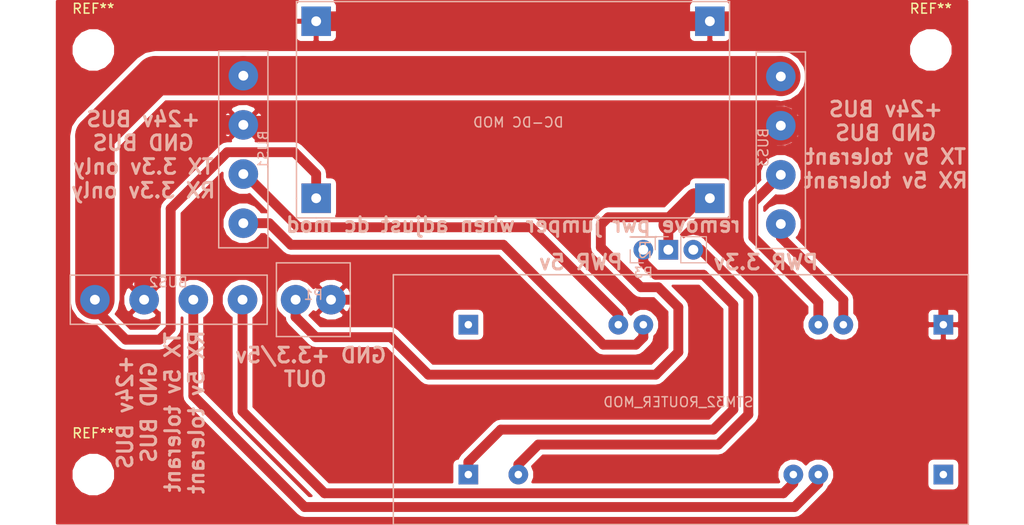
<source format=kicad_pcb>
(kicad_pcb (version 4) (host pcbnew 4.0.4-stable)

  (general
    (links 19)
    (no_connects 0)
    (area 178.402857 81.164999 282.607143 134.895001)
    (thickness 1.6)
    (drawings 7)
    (tracks 102)
    (zones 0)
    (modules 11)
    (nets 14)
  )

  (page A4)
  (layers
    (0 F.Cu signal)
    (31 B.Cu signal)
    (32 B.Adhes user)
    (33 F.Adhes user)
    (34 B.Paste user)
    (35 F.Paste user)
    (36 B.SilkS user)
    (37 F.SilkS user)
    (38 B.Mask user)
    (39 F.Mask user)
    (40 Dwgs.User user)
    (41 Cmts.User user)
    (42 Eco1.User user)
    (43 Eco2.User user)
    (44 Edge.Cuts user)
    (45 Margin user)
    (46 B.CrtYd user)
    (47 F.CrtYd user)
    (48 B.Fab user)
    (49 F.Fab user)
  )

  (setup
    (last_trace_width 0.25)
    (user_trace_width 1)
    (user_trace_width 2)
    (user_trace_width 4)
    (trace_clearance 0.2)
    (zone_clearance 0.508)
    (zone_45_only no)
    (trace_min 0.2)
    (segment_width 0.2)
    (edge_width 0.1)
    (via_size 0.6)
    (via_drill 0.4)
    (via_min_size 0.4)
    (via_min_drill 0.3)
    (user_via 2 1)
    (uvia_size 0.3)
    (uvia_drill 0.1)
    (uvias_allowed no)
    (uvia_min_size 0.2)
    (uvia_min_drill 0.1)
    (pcb_text_width 0.3)
    (pcb_text_size 1.5 1.5)
    (mod_edge_width 0.15)
    (mod_text_size 1 1)
    (mod_text_width 0.15)
    (pad_size 2 2)
    (pad_drill 0.762)
    (pad_to_mask_clearance 0)
    (aux_axis_origin 0 0)
    (visible_elements FFFFFF7F)
    (pcbplotparams
      (layerselection 0x00030_80000001)
      (usegerberextensions false)
      (excludeedgelayer true)
      (linewidth 0.100000)
      (plotframeref false)
      (viasonmask false)
      (mode 1)
      (useauxorigin false)
      (hpglpennumber 1)
      (hpglpenspeed 20)
      (hpglpendiameter 15)
      (hpglpenoverlay 2)
      (psnegative false)
      (psa4output false)
      (plotreference true)
      (plotvalue true)
      (plotinvisibletext false)
      (padsonsilk false)
      (subtractmaskfromsilk false)
      (outputformat 1)
      (mirror false)
      (drillshape 1)
      (scaleselection 1)
      (outputdirectory ""))
  )

  (net 0 "")
  (net 1 "Net-(BUS1-Pad1)")
  (net 2 "Net-(BUS1-Pad2)")
  (net 3 "Net-(BUS1-Pad3)")
  (net 4 "Net-(BUS1-Pad4)")
  (net 5 "Net-(BUS2-Pad3)")
  (net 6 "Net-(BUS2-Pad4)")
  (net 7 "Net-(BUS3-Pad3)")
  (net 8 "Net-(BUS3-Pad4)")
  (net 9 "Net-(P1-Pad1)")
  (net 10 "Net-(P2-Pad2)")
  (net 11 "Net-(P3-Pad1)")
  (net 12 "Net-(U1-Pad20)")
  (net 13 "Net-(U1-Pad21)")

  (net_class Default "This is the default net class."
    (clearance 0.2)
    (trace_width 0.25)
    (via_dia 0.6)
    (via_drill 0.4)
    (uvia_dia 0.3)
    (uvia_drill 0.1)
    (add_net "Net-(BUS1-Pad1)")
    (add_net "Net-(BUS1-Pad2)")
    (add_net "Net-(BUS1-Pad3)")
    (add_net "Net-(BUS1-Pad4)")
    (add_net "Net-(BUS2-Pad3)")
    (add_net "Net-(BUS2-Pad4)")
    (add_net "Net-(BUS3-Pad3)")
    (add_net "Net-(BUS3-Pad4)")
    (add_net "Net-(P1-Pad1)")
    (add_net "Net-(P2-Pad2)")
    (add_net "Net-(P3-Pad1)")
    (add_net "Net-(U1-Pad20)")
    (add_net "Net-(U1-Pad21)")
  )

  (module Mounting_Holes:MountingHole_3.2mm_M3 (layer F.Cu) (tedit 56D1B4CB) (tstamp 59DB5F51)
    (at 187.96 129.54)
    (descr "Mounting Hole 3.2mm, no annular, M3")
    (tags "mounting hole 3.2mm no annular m3")
    (attr virtual)
    (fp_text reference REF** (at 0 -4.2) (layer F.SilkS)
      (effects (font (size 1 1) (thickness 0.15)))
    )
    (fp_text value MountingHole_3.2mm_M3 (at 0 4.2) (layer F.Fab)
      (effects (font (size 1 1) (thickness 0.15)))
    )
    (fp_text user %R (at 0.3 0) (layer F.Fab)
      (effects (font (size 1 1) (thickness 0.15)))
    )
    (fp_circle (center 0 0) (end 3.2 0) (layer Cmts.User) (width 0.15))
    (fp_circle (center 0 0) (end 3.45 0) (layer F.CrtYd) (width 0.05))
    (pad 1 np_thru_hole circle (at 0 0) (size 3.2 3.2) (drill 3.2) (layers *.Cu *.Mask))
  )

  (module Mounting_Holes:MountingHole_3.2mm_M3 (layer F.Cu) (tedit 56D1B4CB) (tstamp 59DB5F31)
    (at 273.05 86.36)
    (descr "Mounting Hole 3.2mm, no annular, M3")
    (tags "mounting hole 3.2mm no annular m3")
    (attr virtual)
    (fp_text reference REF** (at 0 -4.2) (layer F.SilkS)
      (effects (font (size 1 1) (thickness 0.15)))
    )
    (fp_text value MountingHole_3.2mm_M3 (at 0 4.2) (layer F.Fab)
      (effects (font (size 1 1) (thickness 0.15)))
    )
    (fp_text user %R (at 0.3 0) (layer F.Fab)
      (effects (font (size 1 1) (thickness 0.15)))
    )
    (fp_circle (center 0 0) (end 3.2 0) (layer Cmts.User) (width 0.15))
    (fp_circle (center 0 0) (end 3.45 0) (layer F.CrtYd) (width 0.05))
    (pad 1 np_thru_hole circle (at 0 0) (size 3.2 3.2) (drill 3.2) (layers *.Cu *.Mask))
  )

  (module SmartHouseLib:STM32_DISCOVERY (layer B.Cu) (tedit 59DB5D6B) (tstamp 59DB529B)
    (at 246.38 116.84 270)
    (path /59D762A4)
    (fp_text reference STM32_ROUTER_MOD (at 5.334 -1.016 360) (layer B.SilkS)
      (effects (font (size 1 1) (thickness 0.15)) (justify mirror))
    )
    (fp_text value STM32DISCOVERY (at 0 0.5 270) (layer B.Fab)
      (effects (font (size 1 1) (thickness 0.15)) (justify mirror))
    )
    (fp_line (start 17.78 -30.48) (end -7.62 -30.48) (layer B.SilkS) (width 0.15))
    (fp_line (start -7.62 -30.48) (end -7.62 27.94) (layer B.SilkS) (width 0.15))
    (fp_line (start -7.62 27.94) (end 17.78 27.94) (layer B.SilkS) (width 0.15))
    (fp_line (start 17.78 27.94) (end 17.78 -30.48) (layer B.SilkS) (width 0.15))
    (pad 1 thru_hole rect (at 12.7 20.32 270) (size 2 2) (drill 0.762) (layers *.Cu *.Mask)
      (net 11 "Net-(P3-Pad1)"))
    (pad 3 thru_hole circle (at 12.7 15.24 270) (size 2 2) (drill 0.762) (layers *.Cu *.Mask)
      (net 10 "Net-(P2-Pad2)"))
    (pad 14 thru_hole circle (at 12.7 -12.7 270) (size 2 2) (drill 0.762) (layers *.Cu *.Mask)
      (net 6 "Net-(BUS2-Pad4)"))
    (pad 15 thru_hole circle (at 12.7 -15.24 270) (size 2 2) (drill 0.762) (layers *.Cu *.Mask)
      (net 5 "Net-(BUS2-Pad3)"))
    (pad 20 thru_hole rect (at 12.7 -27.94 270) (size 2 2) (drill 0.762) (layers *.Cu *.Mask)
      (net 12 "Net-(U1-Pad20)"))
    (pad 21 thru_hole rect (at -2.54 20.32 270) (size 2 2) (drill 0.762) (layers *.Cu *.Mask)
      (net 13 "Net-(U1-Pad21)"))
    (pad 27 thru_hole circle (at -2.54 5.08 270) (size 2 2) (drill 0.762) (layers *.Cu *.Mask)
      (net 2 "Net-(BUS1-Pad2)"))
    (pad 28 thru_hole circle (at -2.54 2.54 270) (size 2 2) (drill 0.762) (layers *.Cu *.Mask)
      (net 1 "Net-(BUS1-Pad1)"))
    (pad 35 thru_hole circle (at -2.54 -15.24 270) (size 2 2) (drill 0.762) (layers *.Cu *.Mask)
      (net 7 "Net-(BUS3-Pad3)"))
    (pad 36 thru_hole circle (at -2.54 -17.78 270) (size 2 2) (drill 0.762) (layers *.Cu *.Mask)
      (net 8 "Net-(BUS3-Pad4)"))
    (pad 40 thru_hole rect (at -2.54 -27.94 270) (size 2 2) (drill 0.762) (layers *.Cu *.Mask)
      (net 3 "Net-(BUS1-Pad3)"))
  )

  (module SmartHouseLib:CONN_4_5mm (layer B.Cu) (tedit 59DB5CB8) (tstamp 59DB521D)
    (at 203.2 93.98 90)
    (path /59BC23F6)
    (fp_text reference BUS1 (at -2.54 2.032 90) (layer B.SilkS)
      (effects (font (size 1 1) (thickness 0.15)) (justify mirror))
    )
    (fp_text value CONN_01X04 (at 0 0.5 90) (layer B.Fab)
      (effects (font (size 1 1) (thickness 0.15)) (justify mirror))
    )
    (fp_line (start -12.5 2.5) (end 7.5 2.5) (layer B.SilkS) (width 0.15))
    (fp_line (start 7.5 2.5) (end 7.5 -2.5) (layer B.SilkS) (width 0.15))
    (fp_line (start 7.5 -2.5) (end -12.5 -2.5) (layer B.SilkS) (width 0.15))
    (fp_line (start -12.5 -2.5) (end -12.5 2.5) (layer B.SilkS) (width 0.15))
    (pad 1 thru_hole circle (at -10 0 90) (size 3 3) (drill 1) (layers *.Cu *.Mask)
      (net 1 "Net-(BUS1-Pad1)"))
    (pad 2 thru_hole circle (at -5 0 90) (size 3 3) (drill 1) (layers *.Cu *.Mask)
      (net 2 "Net-(BUS1-Pad2)"))
    (pad 3 thru_hole circle (at 0 0 90) (size 3 3) (drill 1) (layers *.Cu *.Mask)
      (net 3 "Net-(BUS1-Pad3)"))
    (pad 4 thru_hole circle (at 5 0 90) (size 3 3) (drill 1) (layers *.Cu *.Mask)
      (net 4 "Net-(BUS1-Pad4)"))
  )

  (module SmartHouseLib:CONN_4_5mm (layer B.Cu) (tedit 59DB5B92) (tstamp 59DB5229)
    (at 198.12 111.76)
    (path /59BC2463)
    (fp_text reference BUS2 (at -2.54 -1.778) (layer B.SilkS)
      (effects (font (size 1 1) (thickness 0.15)) (justify mirror))
    )
    (fp_text value CONN_01X04 (at 0 0.5) (layer B.Fab)
      (effects (font (size 1 1) (thickness 0.15)) (justify mirror))
    )
    (fp_line (start -12.5 2.5) (end 7.5 2.5) (layer B.SilkS) (width 0.15))
    (fp_line (start 7.5 2.5) (end 7.5 -2.5) (layer B.SilkS) (width 0.15))
    (fp_line (start 7.5 -2.5) (end -12.5 -2.5) (layer B.SilkS) (width 0.15))
    (fp_line (start -12.5 -2.5) (end -12.5 2.5) (layer B.SilkS) (width 0.15))
    (pad 1 thru_hole circle (at -10 0) (size 3 3) (drill 1) (layers *.Cu *.Mask)
      (net 4 "Net-(BUS1-Pad4)"))
    (pad 2 thru_hole circle (at -5 0) (size 3 3) (drill 1) (layers *.Cu *.Mask)
      (net 3 "Net-(BUS1-Pad3)"))
    (pad 3 thru_hole circle (at 0 0) (size 3 3) (drill 1) (layers *.Cu *.Mask)
      (net 5 "Net-(BUS2-Pad3)"))
    (pad 4 thru_hole circle (at 5 0) (size 3 3) (drill 1) (layers *.Cu *.Mask)
      (net 6 "Net-(BUS2-Pad4)"))
  )

  (module SmartHouseLib:CONN_4_5mm (layer B.Cu) (tedit 59DB5B87) (tstamp 59DB5235)
    (at 257.81 99.06 270)
    (path /59D7695F)
    (fp_text reference BUS3 (at -2.794 1.778 270) (layer B.SilkS)
      (effects (font (size 1 1) (thickness 0.15)) (justify mirror))
    )
    (fp_text value CONN_01X04 (at 0 0.5 270) (layer B.Fab)
      (effects (font (size 1 1) (thickness 0.15)) (justify mirror))
    )
    (fp_line (start -12.5 2.5) (end 7.5 2.5) (layer B.SilkS) (width 0.15))
    (fp_line (start 7.5 2.5) (end 7.5 -2.5) (layer B.SilkS) (width 0.15))
    (fp_line (start 7.5 -2.5) (end -12.5 -2.5) (layer B.SilkS) (width 0.15))
    (fp_line (start -12.5 -2.5) (end -12.5 2.5) (layer B.SilkS) (width 0.15))
    (pad 1 thru_hole circle (at -10 0 270) (size 3 3) (drill 1) (layers *.Cu *.Mask)
      (net 4 "Net-(BUS1-Pad4)"))
    (pad 2 thru_hole circle (at -5 0 270) (size 3 3) (drill 1) (layers *.Cu *.Mask)
      (net 3 "Net-(BUS1-Pad3)"))
    (pad 3 thru_hole circle (at 0 0 270) (size 3 3) (drill 1) (layers *.Cu *.Mask)
      (net 7 "Net-(BUS3-Pad3)"))
    (pad 4 thru_hole circle (at 5 0 270) (size 3 3) (drill 1) (layers *.Cu *.Mask)
      (net 8 "Net-(BUS3-Pad4)"))
  )

  (module SmartHouseLib:CONN_2_3.5mm (layer B.Cu) (tedit 59BCF383) (tstamp 59DB5240)
    (at 210.312 111.76)
    (path /59BC32F8)
    (fp_text reference P1 (at 0 -0.5) (layer B.SilkS)
      (effects (font (size 1 1) (thickness 0.15)) (justify mirror))
    )
    (fp_text value CONN_01X02 (at 0 0.5) (layer B.Fab)
      (effects (font (size 1 1) (thickness 0.15)) (justify mirror))
    )
    (fp_line (start 3.75 0) (end 3.75 3.75) (layer B.SilkS) (width 0.15))
    (fp_line (start 3.75 3.75) (end -3.75 3.75) (layer B.SilkS) (width 0.15))
    (fp_line (start -3.75 3.75) (end -3.75 -3.75) (layer B.SilkS) (width 0.15))
    (fp_line (start -3.75 -3.75) (end 3.75 -3.75) (layer B.SilkS) (width 0.15))
    (fp_line (start 3.75 -3.75) (end 3.75 0) (layer B.SilkS) (width 0.15))
    (pad 2 thru_hole circle (at 1.8 0) (size 3 3) (drill 1) (layers *.Cu *.Mask)
      (net 3 "Net-(BUS1-Pad3)"))
    (pad 1 thru_hole circle (at -1.8 0) (size 3 3) (drill 1) (layers *.Cu *.Mask)
      (net 9 "Net-(P1-Pad1)"))
  )

  (module Pin_Headers:Pin_Header_Straight_1x02_Pitch2.54mm (layer B.Cu) (tedit 59DB5765) (tstamp 59DB5256)
    (at 246.38 106.68 270)
    (descr "Through hole straight pin header, 1x02, 2.54mm pitch, single row")
    (tags "Through hole pin header THT 1x02 2.54mm single row")
    (path /59D7799D)
    (fp_text reference P2 (at 0 2.33 270) (layer B.SilkS)
      (effects (font (size 1 1) (thickness 0.15)) (justify mirror))
    )
    (fp_text value CONN_01X02 (at 0 -4.87 270) (layer B.Fab)
      (effects (font (size 1 1) (thickness 0.15)) (justify mirror))
    )
    (fp_line (start -0.635 1.27) (end 1.27 1.27) (layer B.Fab) (width 0.1))
    (fp_line (start 1.27 1.27) (end 1.27 -3.81) (layer B.Fab) (width 0.1))
    (fp_line (start 1.27 -3.81) (end -1.27 -3.81) (layer B.Fab) (width 0.1))
    (fp_line (start -1.27 -3.81) (end -1.27 0.635) (layer B.Fab) (width 0.1))
    (fp_line (start -1.27 0.635) (end -0.635 1.27) (layer B.Fab) (width 0.1))
    (fp_line (start -1.33 -3.87) (end 1.33 -3.87) (layer B.SilkS) (width 0.12))
    (fp_line (start -1.33 -1.27) (end -1.33 -3.87) (layer B.SilkS) (width 0.12))
    (fp_line (start 1.33 -1.27) (end 1.33 -3.87) (layer B.SilkS) (width 0.12))
    (fp_line (start -1.33 -1.27) (end 1.33 -1.27) (layer B.SilkS) (width 0.12))
    (fp_line (start -1.33 0) (end -1.33 1.33) (layer B.SilkS) (width 0.12))
    (fp_line (start -1.33 1.33) (end 0 1.33) (layer B.SilkS) (width 0.12))
    (fp_line (start -1.8 1.8) (end -1.8 -4.35) (layer B.CrtYd) (width 0.05))
    (fp_line (start -1.8 -4.35) (end 1.8 -4.35) (layer B.CrtYd) (width 0.05))
    (fp_line (start 1.8 -4.35) (end 1.8 1.8) (layer B.CrtYd) (width 0.05))
    (fp_line (start 1.8 1.8) (end -1.8 1.8) (layer B.CrtYd) (width 0.05))
    (fp_text user %R (at 0 -1.27 540) (layer B.Fab)
      (effects (font (size 1 1) (thickness 0.15)) (justify mirror))
    )
    (pad 1 thru_hole rect (at 0 0 270) (size 2 2) (drill 1) (layers *.Cu *.Mask)
      (net 9 "Net-(P1-Pad1)"))
    (pad 2 thru_hole oval (at 0 -2.54 270) (size 2 2) (drill 1) (layers *.Cu *.Mask)
      (net 10 "Net-(P2-Pad2)"))
    (model ${KISYS3DMOD}/Pin_Headers.3dshapes/Pin_Header_Straight_1x02_Pitch2.54mm.wrl
      (at (xyz 0 0 0))
      (scale (xyz 1 1 1))
      (rotate (xyz 0 0 0))
    )
  )

  (module Pin_Headers:Pin_Header_Straight_1x01_Pitch2.54mm (layer B.Cu) (tedit 59DB5C22) (tstamp 59DB526B)
    (at 243.84 106.68)
    (descr "Through hole straight pin header, 1x01, 2.54mm pitch, single row")
    (tags "Through hole pin header THT 1x01 2.54mm single row")
    (path /59D7B665)
    (fp_text reference P3 (at 0 2.33) (layer B.SilkS)
      (effects (font (size 1 1) (thickness 0.15)) (justify mirror))
    )
    (fp_text value CONN_01X01 (at 0 -2.33) (layer B.Fab)
      (effects (font (size 1 1) (thickness 0.15)) (justify mirror))
    )
    (fp_line (start -0.635 1.27) (end 1.27 1.27) (layer B.Fab) (width 0.1))
    (fp_line (start 1.27 1.27) (end 1.27 -1.27) (layer B.Fab) (width 0.1))
    (fp_line (start 1.27 -1.27) (end -1.27 -1.27) (layer B.Fab) (width 0.1))
    (fp_line (start -1.27 -1.27) (end -1.27 0.635) (layer B.Fab) (width 0.1))
    (fp_line (start -1.27 0.635) (end -0.635 1.27) (layer B.Fab) (width 0.1))
    (fp_line (start -1.33 -1.33) (end 1.33 -1.33) (layer B.SilkS) (width 0.12))
    (fp_line (start -1.33 -1.27) (end -1.33 -1.33) (layer B.SilkS) (width 0.12))
    (fp_line (start 1.33 -1.27) (end 1.33 -1.33) (layer B.SilkS) (width 0.12))
    (fp_line (start -1.33 -1.27) (end 1.33 -1.27) (layer B.SilkS) (width 0.12))
    (fp_line (start -1.33 0) (end -1.33 1.33) (layer B.SilkS) (width 0.12))
    (fp_line (start -1.33 1.33) (end 0 1.33) (layer B.SilkS) (width 0.12))
    (fp_line (start -1.8 1.8) (end -1.8 -1.8) (layer B.CrtYd) (width 0.05))
    (fp_line (start -1.8 -1.8) (end 1.8 -1.8) (layer B.CrtYd) (width 0.05))
    (fp_line (start 1.8 -1.8) (end 1.8 1.8) (layer B.CrtYd) (width 0.05))
    (fp_line (start 1.8 1.8) (end -1.8 1.8) (layer B.CrtYd) (width 0.05))
    (fp_text user %R (at 0 0 270) (layer B.Fab)
      (effects (font (size 1 1) (thickness 0.15)) (justify mirror))
    )
    (pad 1 thru_hole circle (at 0 0) (size 2 2) (drill 1) (layers *.Cu *.Mask)
      (net 11 "Net-(P3-Pad1)"))
    (model ${KISYS3DMOD}/Pin_Headers.3dshapes/Pin_Header_Straight_1x01_Pitch2.54mm.wrl
      (at (xyz 0 0 0))
      (scale (xyz 1 1 1))
      (rotate (xyz 0 0 0))
    )
  )

  (module SmartHouseLib:LM2596_MOD (layer B.Cu) (tedit 59DB5B77) (tstamp 59DB52AB)
    (at 228.6 91.44 270)
    (path /59D75ABF)
    (fp_text reference "DC-DC MOD" (at 2.286 -2.54 360) (layer B.SilkS)
      (effects (font (size 1 1) (thickness 0.15)) (justify mirror))
    )
    (fp_text value LM2596_MOD (at 0 0.5 270) (layer B.Fab)
      (effects (font (size 1 1) (thickness 0.15)) (justify mirror))
    )
    (fp_line (start 12 -22) (end 12 -24) (layer B.SilkS) (width 0.15))
    (fp_line (start 12 -24) (end -10 -24) (layer B.SilkS) (width 0.15))
    (fp_line (start -10 -24) (end -10 20) (layer B.SilkS) (width 0.15))
    (fp_line (start -10 20) (end -8 20) (layer B.SilkS) (width 0.15))
    (fp_line (start 10 20) (end 12 20) (layer B.SilkS) (width 0.15))
    (fp_line (start 12 20) (end 12 18) (layer B.SilkS) (width 0.15))
    (fp_line (start 12 18) (end 12 -22) (layer B.SilkS) (width 0.15))
    (fp_line (start -8 20) (end 10 20) (layer B.SilkS) (width 0.15))
    (pad 1 thru_hole rect (at -8 18 270) (size 3 3) (drill 1) (layers *.Cu *.Mask)
      (net 3 "Net-(BUS1-Pad3)"))
    (pad 2 thru_hole rect (at 10 18 270) (size 3 3) (drill 1) (layers *.Cu *.Mask)
      (net 4 "Net-(BUS1-Pad4)"))
    (pad 3 thru_hole rect (at 10 -22 270) (size 3 3) (drill 1) (layers *.Cu *.Mask)
      (net 9 "Net-(P1-Pad1)"))
    (pad 4 thru_hole rect (at -8 -22 270) (size 3 3) (drill 1) (layers *.Cu *.Mask)
      (net 3 "Net-(BUS1-Pad3)"))
  )

  (module Mounting_Holes:MountingHole_3.2mm_M3 (layer F.Cu) (tedit 56D1B4CB) (tstamp 59DB5F20)
    (at 187.96 86.36)
    (descr "Mounting Hole 3.2mm, no annular, M3")
    (tags "mounting hole 3.2mm no annular m3")
    (attr virtual)
    (fp_text reference REF** (at 0 -4.2) (layer F.SilkS)
      (effects (font (size 1 1) (thickness 0.15)))
    )
    (fp_text value MountingHole_3.2mm_M3 (at 0 4.2) (layer F.Fab)
      (effects (font (size 1 1) (thickness 0.15)))
    )
    (fp_text user %R (at 0.3 0) (layer F.Fab)
      (effects (font (size 1 1) (thickness 0.15)))
    )
    (fp_circle (center 0 0) (end 3.2 0) (layer Cmts.User) (width 0.15))
    (fp_circle (center 0 0) (end 3.45 0) (layer F.CrtYd) (width 0.05))
    (pad 1 np_thru_hole circle (at 0 0) (size 3.2 3.2) (drill 3.2) (layers *.Cu *.Mask))
  )

  (gr_text "remove pwr jumper when adjust dc mod" (at 230.632 104.14) (layer B.SilkS)
    (effects (font (size 1.5 1.5) (thickness 0.3)) (justify mirror))
  )
  (gr_text "PWR 3.3v" (at 256.286 107.95) (layer B.SilkS)
    (effects (font (size 1.5 1.5) (thickness 0.3)) (justify mirror))
  )
  (gr_text "PWR 5v" (at 237.49 107.95) (layer B.SilkS)
    (effects (font (size 1.5 1.5) (thickness 0.3)) (justify mirror))
  )
  (gr_text "GND +3.3/5v\n OUT" (at 210.058 118.618) (layer B.SilkS)
    (effects (font (size 1.5 1.5) (thickness 0.3)) (justify mirror))
  )
  (gr_text "+24v BUS\nGND BUS\nTX 5v tolerant\nRX 5v tolerant" (at 194.818 123.19 90) (layer B.SilkS)
    (effects (font (size 1.5 1.5) (thickness 0.3)) (justify mirror))
  )
  (gr_text "+24v BUS\nGND BUS\nTX 3.3v only\nRX 3.3v only" (at 193.04 97.028) (layer B.SilkS)
    (effects (font (size 1.5 1.5) (thickness 0.3)) (justify mirror))
  )
  (gr_text "+24v BUS\nGND BUS\nTX 5v tolerant\nRX 5v tolerant" (at 268.478 96.012) (layer B.SilkS)
    (effects (font (size 1.5 1.5) (thickness 0.3)) (justify mirror))
  )

  (segment (start 203.2 103.98) (end 205.834 103.98) (width 1) (layer F.Cu) (net 1))
  (segment (start 243.84 115.57) (end 243.84 114.3) (width 1) (layer F.Cu) (net 1) (tstamp 59DB5EAA))
  (segment (start 243.078 116.332) (end 243.84 115.57) (width 1) (layer F.Cu) (net 1) (tstamp 59DB5EA9))
  (segment (start 239.776 116.332) (end 243.078 116.332) (width 1) (layer F.Cu) (net 1) (tstamp 59DB5EA8))
  (segment (start 229.616 106.172) (end 239.776 116.332) (width 1) (layer F.Cu) (net 1) (tstamp 59DB5EA6))
  (segment (start 208.026 106.172) (end 229.616 106.172) (width 1) (layer F.Cu) (net 1) (tstamp 59DB5EA5))
  (segment (start 205.834 103.98) (end 208.026 106.172) (width 1) (layer F.Cu) (net 1) (tstamp 59DB5EA4))
  (segment (start 203.2 98.98) (end 203.374 98.98) (width 1) (layer F.Cu) (net 2))
  (segment (start 203.374 98.98) (end 208.788 104.394) (width 1) (layer F.Cu) (net 2) (tstamp 59DB5E99))
  (segment (start 241.3 113.284) (end 241.3 114.3) (width 1) (layer F.Cu) (net 2) (tstamp 59DB5EA1))
  (segment (start 232.41 104.394) (end 241.3 113.284) (width 1) (layer F.Cu) (net 2) (tstamp 59DB5E9D))
  (segment (start 208.788 104.394) (end 232.41 104.394) (width 1) (layer F.Cu) (net 2) (tstamp 59DB5E9A))
  (segment (start 203.2 98.98) (end 203.2 99.06) (width 1) (layer F.Cu) (net 2))
  (segment (start 237.49 94.06) (end 237.49 106.68) (width 1) (layer F.Cu) (net 3))
  (segment (start 216.662 111.76) (end 212.112 111.76) (width 1) (layer F.Cu) (net 3) (tstamp 59DB5EBF))
  (segment (start 222.758 117.856) (end 216.662 111.76) (width 1) (layer F.Cu) (net 3) (tstamp 59DB5EBD))
  (segment (start 244.348 117.856) (end 222.758 117.856) (width 1) (layer F.Cu) (net 3) (tstamp 59DB5EBB))
  (segment (start 245.872 116.332) (end 244.348 117.856) (width 1) (layer F.Cu) (net 3) (tstamp 59DB5EBA))
  (segment (start 245.872 113.538) (end 245.872 116.332) (width 1) (layer F.Cu) (net 3) (tstamp 59DB5EB9))
  (segment (start 244.602 112.268) (end 245.872 113.538) (width 1) (layer F.Cu) (net 3) (tstamp 59DB5EB8))
  (segment (start 243.078 112.268) (end 244.602 112.268) (width 1) (layer F.Cu) (net 3) (tstamp 59DB5EB7))
  (segment (start 237.49 106.68) (end 243.078 112.268) (width 1) (layer F.Cu) (net 3) (tstamp 59DB5EB3))
  (segment (start 261.54 94.06) (end 261.7 94.06) (width 1) (layer F.Cu) (net 3))
  (segment (start 274.32 106.68) (end 274.32 114.3) (width 1) (layer F.Cu) (net 3) (tstamp 59DB56B1))
  (segment (start 261.7 94.06) (end 274.32 106.68) (width 1) (layer F.Cu) (net 3) (tstamp 59DB56B0))
  (segment (start 250.6 83.44) (end 261.24 83.44) (width 2) (layer F.Cu) (net 3))
  (segment (start 261.54 94.06) (end 257.81 94.06) (width 2) (layer F.Cu) (net 3) (tstamp 59DB555E))
  (segment (start 264.16 91.44) (end 261.54 94.06) (width 2) (layer F.Cu) (net 3) (tstamp 59DB555D))
  (segment (start 264.16 86.36) (end 264.16 91.44) (width 2) (layer F.Cu) (net 3) (tstamp 59DB555C))
  (segment (start 261.24 83.44) (end 264.16 86.36) (width 2) (layer F.Cu) (net 3) (tstamp 59DB555B))
  (segment (start 210.6 83.44) (end 250.6 83.44) (width 2) (layer F.Cu) (net 3))
  (segment (start 257.81 94.06) (end 237.49 94.06) (width 4) (layer F.Cu) (net 3))
  (segment (start 237.49 94.06) (end 236.982 94.06) (width 4) (layer F.Cu) (net 3) (tstamp 59DB5E2F))
  (segment (start 236.982 94.06) (end 203.28 94.06) (width 2) (layer F.Cu) (net 3) (tstamp 59DB59EC))
  (segment (start 203.2 93.98) (end 198.12 93.98) (width 2) (layer F.Cu) (net 3))
  (segment (start 193.12 98.98) (end 193.12 111.76) (width 2) (layer F.Cu) (net 3) (tstamp 59DB5530))
  (segment (start 198.12 93.98) (end 193.12 98.98) (width 2) (layer F.Cu) (net 3) (tstamp 59DB552F))
  (segment (start 188.12 111.76) (end 188.12 112.682) (width 1) (layer F.Cu) (net 4))
  (segment (start 188.12 112.682) (end 191.262 115.824) (width 1) (layer F.Cu) (net 4) (tstamp 59DB55D5))
  (segment (start 210.6 98.967) (end 210.6 101.44) (width 1) (layer F.Cu) (net 4) (tstamp 59DB55DE))
  (segment (start 208.393002 96.760002) (end 210.6 98.967) (width 1) (layer F.Cu) (net 4) (tstamp 59DB55DD))
  (segment (start 201.562998 96.760002) (end 208.393002 96.760002) (width 1) (layer F.Cu) (net 4) (tstamp 59DB55DB))
  (segment (start 195.820002 102.502998) (end 201.562998 96.760002) (width 1) (layer F.Cu) (net 4) (tstamp 59DB55D9))
  (segment (start 195.820002 114.694998) (end 195.820002 102.502998) (width 1) (layer F.Cu) (net 4) (tstamp 59DB55D8))
  (segment (start 194.691 115.824) (end 195.820002 114.694998) (width 1) (layer F.Cu) (net 4) (tstamp 59DB55D7))
  (segment (start 191.262 115.824) (end 194.691 115.824) (width 1) (layer F.Cu) (net 4) (tstamp 59DB55D6))
  (segment (start 203.2 88.98) (end 194.23 88.98) (width 4) (layer F.Cu) (net 4))
  (segment (start 188.12 95.09) (end 188.12 111.76) (width 4) (layer F.Cu) (net 4) (tstamp 59DB5553))
  (segment (start 194.23 88.98) (end 188.12 95.09) (width 4) (layer F.Cu) (net 4) (tstamp 59DB5552))
  (segment (start 203.2 88.98) (end 257.73 88.98) (width 4) (layer F.Cu) (net 4))
  (segment (start 257.73 88.98) (end 257.81 89.06) (width 4) (layer F.Cu) (net 4) (tstamp 59DB554F))
  (segment (start 261.62 129.54) (end 261.62 130.429) (width 1) (layer F.Cu) (net 5))
  (segment (start 198.12 121.539) (end 198.12 111.76) (width 1) (layer F.Cu) (net 5) (tstamp 59DB56AC))
  (segment (start 209.423 132.842) (end 198.12 121.539) (width 1) (layer F.Cu) (net 5) (tstamp 59DB56AA))
  (segment (start 259.207 132.842) (end 209.423 132.842) (width 1) (layer F.Cu) (net 5) (tstamp 59DB56A9))
  (segment (start 261.62 130.429) (end 259.207 132.842) (width 1) (layer F.Cu) (net 5) (tstamp 59DB56A8))
  (segment (start 259.08 129.54) (end 259.08 130.429) (width 1) (layer F.Cu) (net 6))
  (segment (start 203.12 123.11) (end 203.12 111.76) (width 1) (layer F.Cu) (net 6) (tstamp 59DB56A4))
  (segment (start 211.455 131.445) (end 203.12 123.11) (width 1) (layer F.Cu) (net 6) (tstamp 59DB56A2))
  (segment (start 258.064 131.445) (end 211.455 131.445) (width 1) (layer F.Cu) (net 6) (tstamp 59DB56A1))
  (segment (start 259.08 130.429) (end 258.064 131.445) (width 1) (layer F.Cu) (net 6) (tstamp 59DB56A0))
  (segment (start 261.62 114.3) (end 261.62 112.014) (width 1) (layer F.Cu) (net 7))
  (segment (start 255.016 101.854) (end 257.81 99.06) (width 1) (layer F.Cu) (net 7) (tstamp 59DB5576))
  (segment (start 255.016 105.41) (end 255.016 101.854) (width 1) (layer F.Cu) (net 7) (tstamp 59DB5574))
  (segment (start 261.62 112.014) (end 255.016 105.41) (width 1) (layer F.Cu) (net 7) (tstamp 59DB5573))
  (segment (start 257.81 104.06) (end 257.81 105.41) (width 1) (layer F.Cu) (net 8))
  (segment (start 257.81 105.41) (end 264.16 111.76) (width 1) (layer F.Cu) (net 8) (tstamp 59DB556E))
  (segment (start 264.16 111.76) (end 264.16 114.3) (width 1) (layer F.Cu) (net 8) (tstamp 59DB556F))
  (segment (start 208.512 111.76) (end 208.512 113.516) (width 1) (layer F.Cu) (net 9))
  (segment (start 240.284 103.378) (end 247.142 103.378) (width 1) (layer F.Cu) (net 9) (tstamp 59DB5ECE))
  (segment (start 239.522 104.14) (end 240.284 103.378) (width 1) (layer F.Cu) (net 9) (tstamp 59DB5ECD))
  (segment (start 239.522 106.426) (end 239.522 104.14) (width 1) (layer F.Cu) (net 9) (tstamp 59DB5ECC))
  (segment (start 243.586 110.49) (end 239.522 106.426) (width 1) (layer F.Cu) (net 9) (tstamp 59DB5ECB))
  (segment (start 245.364 110.49) (end 243.586 110.49) (width 1) (layer F.Cu) (net 9) (tstamp 59DB5ECA))
  (segment (start 247.396 112.522) (end 245.364 110.49) (width 1) (layer F.Cu) (net 9) (tstamp 59DB5EC9))
  (segment (start 247.396 117.094) (end 247.396 112.522) (width 1) (layer F.Cu) (net 9) (tstamp 59DB5EC8))
  (segment (start 245.11 119.38) (end 247.396 117.094) (width 1) (layer F.Cu) (net 9) (tstamp 59DB5EC7))
  (segment (start 221.996 119.38) (end 245.11 119.38) (width 1) (layer F.Cu) (net 9) (tstamp 59DB5EC6))
  (segment (start 218.186 115.57) (end 221.996 119.38) (width 1) (layer F.Cu) (net 9) (tstamp 59DB5EC5))
  (segment (start 210.566 115.57) (end 218.186 115.57) (width 1) (layer F.Cu) (net 9) (tstamp 59DB5EC4))
  (segment (start 208.512 113.516) (end 210.566 115.57) (width 1) (layer F.Cu) (net 9) (tstamp 59DB5EC3))
  (segment (start 246.38 106.68) (end 246.38 104.14) (width 1) (layer F.Cu) (net 9))
  (segment (start 249.08 101.44) (end 250.6 101.44) (width 2) (layer F.Cu) (net 9) (tstamp 59DB55D2))
  (segment (start 246.38 104.14) (end 247.142 103.378) (width 2) (layer F.Cu) (net 9) (tstamp 59DB55D1))
  (segment (start 247.142 103.378) (end 249.08 101.44) (width 2) (layer F.Cu) (net 9) (tstamp 59DB5ED1))
  (segment (start 248.92 106.68) (end 249.682 106.68) (width 1) (layer F.Cu) (net 10))
  (segment (start 249.682 106.68) (end 254.508 111.506) (width 1) (layer F.Cu) (net 10) (tstamp 59DB59CF))
  (segment (start 231.14 128.524) (end 231.14 129.54) (width 1) (layer F.Cu) (net 10) (tstamp 59DB59D5))
  (segment (start 233.172 126.492) (end 231.14 128.524) (width 1) (layer F.Cu) (net 10) (tstamp 59DB59D4))
  (segment (start 251.46 126.492) (end 233.172 126.492) (width 1) (layer F.Cu) (net 10) (tstamp 59DB59D3))
  (segment (start 254.508 123.444) (end 251.46 126.492) (width 1) (layer F.Cu) (net 10) (tstamp 59DB59D2))
  (segment (start 254.508 111.506) (end 254.508 123.444) (width 1) (layer F.Cu) (net 10) (tstamp 59DB59D0))
  (segment (start 248.92 106.68) (end 249.047 106.68) (width 1) (layer F.Cu) (net 10))
  (segment (start 243.84 106.68) (end 243.84 107.95) (width 1) (layer F.Cu) (net 11))
  (segment (start 226.06 128.27) (end 226.06 129.54) (width 1) (layer F.Cu) (net 11) (tstamp 59DB59DF))
  (segment (start 229.362 124.968) (end 226.06 128.27) (width 1) (layer F.Cu) (net 11) (tstamp 59DB59DE))
  (segment (start 250.952 124.968) (end 229.362 124.968) (width 1) (layer F.Cu) (net 11) (tstamp 59DB59DD))
  (segment (start 252.984 122.936) (end 250.952 124.968) (width 1) (layer F.Cu) (net 11) (tstamp 59DB59DC))
  (segment (start 252.984 112.268) (end 252.984 122.936) (width 1) (layer F.Cu) (net 11) (tstamp 59DB59DB))
  (segment (start 249.936 109.22) (end 252.984 112.268) (width 1) (layer F.Cu) (net 11) (tstamp 59DB59DA))
  (segment (start 245.11 109.22) (end 249.936 109.22) (width 1) (layer F.Cu) (net 11) (tstamp 59DB59D9))
  (segment (start 243.84 107.95) (end 245.11 109.22) (width 1) (layer F.Cu) (net 11) (tstamp 59DB59D8))

  (zone (net 3) (net_name "Net-(BUS1-Pad3)") (layer F.Cu) (tstamp 59DB544A) (hatch edge 0.508)
    (connect_pads (clearance 0.508))
    (min_thickness 0.254)
    (fill yes (arc_segments 16) (thermal_gap 0.508) (thermal_bridge_width 0.508))
    (polygon
      (pts
        (xy 276.86 134.62) (xy 276.86 81.28) (xy 184.15 81.28) (xy 184.15 134.62)
      )
    )
    (filled_polygon
      (pts
        (xy 208.561673 81.580302) (xy 208.465 81.813691) (xy 208.465 83.15425) (xy 208.62375 83.313) (xy 210.473 83.313)
        (xy 210.473 83.293) (xy 210.727 83.293) (xy 210.727 83.313) (xy 212.57625 83.313) (xy 212.735 83.15425)
        (xy 212.735 81.813691) (xy 212.638327 81.580302) (xy 212.465026 81.407) (xy 248.734974 81.407) (xy 248.561673 81.580302)
        (xy 248.465 81.813691) (xy 248.465 83.15425) (xy 248.62375 83.313) (xy 250.473 83.313) (xy 250.473 83.293)
        (xy 250.727 83.293) (xy 250.727 83.313) (xy 252.57625 83.313) (xy 252.735 83.15425) (xy 252.735 81.813691)
        (xy 252.638327 81.580302) (xy 252.465026 81.407) (xy 276.733 81.407) (xy 276.733 134.493) (xy 184.277 134.493)
        (xy 184.277 129.982619) (xy 185.724613 129.982619) (xy 186.064155 130.804372) (xy 186.692321 131.433636) (xy 187.513481 131.774611)
        (xy 188.402619 131.775387) (xy 189.224372 131.435845) (xy 189.853636 130.807679) (xy 190.194611 129.986519) (xy 190.195387 129.097381)
        (xy 189.855845 128.275628) (xy 189.227679 127.646364) (xy 188.406519 127.305389) (xy 187.517381 127.304613) (xy 186.695628 127.644155)
        (xy 186.066364 128.272321) (xy 185.725389 129.093481) (xy 185.724613 129.982619) (xy 184.277 129.982619) (xy 184.277 95.09)
        (xy 185.485 95.09) (xy 185.485 111.76) (xy 185.685577 112.768371) (xy 186.256774 113.623226) (xy 187.111629 114.194423)
        (xy 188.12 114.395) (xy 188.209972 114.377104) (xy 190.459434 116.626566) (xy 190.827654 116.872603) (xy 191.262 116.959)
        (xy 194.691 116.959) (xy 195.125346 116.872603) (xy 195.493566 116.626566) (xy 196.622568 115.497564) (xy 196.670179 115.426309)
        (xy 196.868605 115.129344) (xy 196.955002 114.694998) (xy 196.955002 113.587994) (xy 196.985 113.60045) (xy 196.985 121.539)
        (xy 197.071397 121.973346) (xy 197.294628 122.307434) (xy 197.317434 122.341566) (xy 208.620434 133.644566) (xy 208.988654 133.890603)
        (xy 209.423 133.977) (xy 259.207 133.977) (xy 259.641346 133.890603) (xy 260.009566 133.644566) (xy 262.422566 131.231566)
        (xy 262.668603 130.863346) (xy 262.680334 130.804372) (xy 262.683469 130.78861) (xy 263.005278 130.467363) (xy 263.254716 129.866648)
        (xy 263.255284 129.216205) (xy 263.006894 128.615057) (xy 262.931969 128.54) (xy 272.67256 128.54) (xy 272.67256 130.54)
        (xy 272.716838 130.775317) (xy 272.85591 130.991441) (xy 273.06811 131.136431) (xy 273.32 131.18744) (xy 275.32 131.18744)
        (xy 275.555317 131.143162) (xy 275.771441 131.00409) (xy 275.916431 130.79189) (xy 275.96744 130.54) (xy 275.96744 128.54)
        (xy 275.923162 128.304683) (xy 275.78409 128.088559) (xy 275.57189 127.943569) (xy 275.32 127.89256) (xy 273.32 127.89256)
        (xy 273.084683 127.936838) (xy 272.868559 128.07591) (xy 272.723569 128.28811) (xy 272.67256 128.54) (xy 262.931969 128.54)
        (xy 262.547363 128.154722) (xy 261.946648 127.905284) (xy 261.296205 127.904716) (xy 260.695057 128.153106) (xy 260.349801 128.497759)
        (xy 260.007363 128.154722) (xy 259.406648 127.905284) (xy 258.756205 127.904716) (xy 258.155057 128.153106) (xy 257.694722 128.612637)
        (xy 257.445284 129.213352) (xy 257.444716 129.863795) (xy 257.618788 130.28508) (xy 257.593868 130.31) (xy 232.590621 130.31)
        (xy 232.774716 129.866648) (xy 232.775284 129.216205) (xy 232.564079 128.705053) (xy 233.642132 127.627) (xy 251.46 127.627)
        (xy 251.894346 127.540603) (xy 252.262566 127.294566) (xy 255.310566 124.246566) (xy 255.369341 124.158603) (xy 255.556603 123.878346)
        (xy 255.643 123.444) (xy 255.643 111.506) (xy 255.634931 111.465434) (xy 255.556604 111.071655) (xy 255.310566 110.703434)
        (xy 250.484566 105.877434) (xy 250.275372 105.737655) (xy 250.212125 105.695395) (xy 250.07612 105.491848) (xy 249.545687 105.137425)
        (xy 248.92 105.012968) (xy 248.294313 105.137425) (xy 247.938453 105.375203) (xy 247.84409 105.228559) (xy 247.701267 105.130972)
        (xy 248.298117 104.534122) (xy 248.29812 104.53412) (xy 249.2448 103.58744) (xy 252.1 103.58744) (xy 252.335317 103.543162)
        (xy 252.551441 103.40409) (xy 252.696431 103.19189) (xy 252.74744 102.94) (xy 252.74744 101.854) (xy 253.881 101.854)
        (xy 253.881 105.41) (xy 253.967397 105.844346) (xy 254.147994 106.114628) (xy 254.213434 106.212566) (xy 260.485 112.484132)
        (xy 260.485 113.122796) (xy 260.234722 113.372637) (xy 259.985284 113.973352) (xy 259.984716 114.623795) (xy 260.233106 115.224943)
        (xy 260.692637 115.685278) (xy 261.293352 115.934716) (xy 261.943795 115.935284) (xy 262.544943 115.686894) (xy 262.890199 115.342241)
        (xy 263.232637 115.685278) (xy 263.833352 115.934716) (xy 264.483795 115.935284) (xy 265.084943 115.686894) (xy 265.545278 115.227363)
        (xy 265.794716 114.626648) (xy 265.794751 114.58575) (xy 272.685 114.58575) (xy 272.685 115.426309) (xy 272.781673 115.659698)
        (xy 272.960301 115.838327) (xy 273.19369 115.935) (xy 274.03425 115.935) (xy 274.193 115.77625) (xy 274.193 114.427)
        (xy 274.447 114.427) (xy 274.447 115.77625) (xy 274.60575 115.935) (xy 275.44631 115.935) (xy 275.679699 115.838327)
        (xy 275.858327 115.659698) (xy 275.955 115.426309) (xy 275.955 114.58575) (xy 275.79625 114.427) (xy 274.447 114.427)
        (xy 274.193 114.427) (xy 272.84375 114.427) (xy 272.685 114.58575) (xy 265.794751 114.58575) (xy 265.795284 113.976205)
        (xy 265.546894 113.375057) (xy 265.34588 113.173691) (xy 272.685 113.173691) (xy 272.685 114.01425) (xy 272.84375 114.173)
        (xy 274.193 114.173) (xy 274.193 112.82375) (xy 274.447 112.82375) (xy 274.447 114.173) (xy 275.79625 114.173)
        (xy 275.955 114.01425) (xy 275.955 113.173691) (xy 275.858327 112.940302) (xy 275.679699 112.761673) (xy 275.44631 112.665)
        (xy 274.60575 112.665) (xy 274.447 112.82375) (xy 274.193 112.82375) (xy 274.03425 112.665) (xy 273.19369 112.665)
        (xy 272.960301 112.761673) (xy 272.781673 112.940302) (xy 272.685 113.173691) (xy 265.34588 113.173691) (xy 265.295 113.122722)
        (xy 265.295 111.76) (xy 265.208603 111.325654) (xy 264.962566 110.957434) (xy 259.44735 105.442218) (xy 259.618909 105.270959)
        (xy 259.944628 104.486541) (xy 259.94537 103.637185) (xy 259.62102 102.8522) (xy 259.020959 102.251091) (xy 258.236541 101.925372)
        (xy 257.387185 101.92463) (xy 256.6022 102.24898) (xy 256.151 102.699393) (xy 256.151 102.324132) (xy 257.310711 101.164421)
        (xy 257.383459 101.194628) (xy 258.232815 101.19537) (xy 259.0178 100.87102) (xy 259.618909 100.270959) (xy 259.944628 99.486541)
        (xy 259.94537 98.637185) (xy 259.62102 97.8522) (xy 259.020959 97.251091) (xy 258.236541 96.925372) (xy 257.387185 96.92463)
        (xy 256.6022 97.24898) (xy 256.001091 97.849041) (xy 255.675372 98.633459) (xy 255.67463 99.482815) (xy 255.706039 99.558829)
        (xy 254.213434 101.051434) (xy 253.967397 101.419654) (xy 253.881 101.854) (xy 252.74744 101.854) (xy 252.74744 99.94)
        (xy 252.703162 99.704683) (xy 252.56409 99.488559) (xy 252.35189 99.343569) (xy 252.1 99.29256) (xy 249.1 99.29256)
        (xy 248.864683 99.336838) (xy 248.648559 99.47591) (xy 248.503569 99.68811) (xy 248.454711 99.929378) (xy 248.454312 99.929457)
        (xy 247.92388 100.28388) (xy 245.98588 102.22188) (xy 245.985878 102.221883) (xy 245.964761 102.243) (xy 240.284 102.243)
        (xy 239.849654 102.329397) (xy 239.611386 102.488603) (xy 239.481434 102.575434) (xy 238.719434 103.337434) (xy 238.473397 103.705654)
        (xy 238.387 104.14) (xy 238.387 106.426) (xy 238.473397 106.860346) (xy 238.569247 107.003795) (xy 238.719434 107.228566)
        (xy 242.783434 111.292566) (xy 243.151654 111.538603) (xy 243.586 111.625) (xy 244.893868 111.625) (xy 246.261 112.992132)
        (xy 246.261 116.623868) (xy 244.639868 118.245) (xy 222.466132 118.245) (xy 218.988566 114.767434) (xy 218.773595 114.623795)
        (xy 218.620346 114.521397) (xy 218.186 114.435) (xy 211.036132 114.435) (xy 209.946173 113.345041) (xy 210.017368 113.27397)
        (xy 210.777635 113.27397) (xy 210.937418 113.592739) (xy 211.728187 113.902723) (xy 212.577387 113.886497) (xy 213.286582 113.592739)
        (xy 213.433317 113.3) (xy 224.41256 113.3) (xy 224.41256 115.3) (xy 224.456838 115.535317) (xy 224.59591 115.751441)
        (xy 224.80811 115.896431) (xy 225.06 115.94744) (xy 227.06 115.94744) (xy 227.295317 115.903162) (xy 227.511441 115.76409)
        (xy 227.656431 115.55189) (xy 227.70744 115.3) (xy 227.70744 113.3) (xy 227.663162 113.064683) (xy 227.52409 112.848559)
        (xy 227.31189 112.703569) (xy 227.06 112.65256) (xy 225.06 112.65256) (xy 224.824683 112.696838) (xy 224.608559 112.83591)
        (xy 224.463569 113.04811) (xy 224.41256 113.3) (xy 213.433317 113.3) (xy 213.446365 113.27397) (xy 212.112 111.939605)
        (xy 210.777635 113.27397) (xy 210.017368 113.27397) (xy 210.320909 112.970959) (xy 210.326237 112.958129) (xy 210.59803 113.094365)
        (xy 211.932395 111.76) (xy 212.291605 111.76) (xy 213.62597 113.094365) (xy 213.944739 112.934582) (xy 214.254723 112.143813)
        (xy 214.238497 111.294613) (xy 213.944739 110.585418) (xy 213.62597 110.425635) (xy 212.291605 111.76) (xy 211.932395 111.76)
        (xy 210.59803 110.425635) (xy 210.326882 110.561548) (xy 210.32302 110.5522) (xy 210.017384 110.24603) (xy 210.777635 110.24603)
        (xy 212.112 111.580395) (xy 213.446365 110.24603) (xy 213.286582 109.927261) (xy 212.495813 109.617277) (xy 211.646613 109.633503)
        (xy 210.937418 109.927261) (xy 210.777635 110.24603) (xy 210.017384 110.24603) (xy 209.722959 109.951091) (xy 208.938541 109.625372)
        (xy 208.089185 109.62463) (xy 207.3042 109.94898) (xy 206.703091 110.549041) (xy 206.377372 111.333459) (xy 206.37663 112.182815)
        (xy 206.70098 112.9678) (xy 207.301041 113.568909) (xy 207.395311 113.608053) (xy 207.463397 113.950346) (xy 207.554417 114.086567)
        (xy 207.709434 114.318566) (xy 209.763434 116.372566) (xy 210.131655 116.618604) (xy 210.566 116.705) (xy 217.715868 116.705)
        (xy 221.193434 120.182566) (xy 221.561655 120.428604) (xy 221.996 120.515) (xy 245.11 120.515) (xy 245.544346 120.428603)
        (xy 245.912566 120.182566) (xy 248.198566 117.896566) (xy 248.444603 117.528346) (xy 248.531 117.094) (xy 248.531 112.522)
        (xy 248.444603 112.087654) (xy 248.198566 111.719434) (xy 246.834132 110.355) (xy 249.465868 110.355) (xy 251.849 112.738132)
        (xy 251.849 122.465868) (xy 250.481868 123.833) (xy 229.362 123.833) (xy 228.927654 123.919397) (xy 228.569657 124.158603)
        (xy 228.559434 124.165434) (xy 225.257434 127.467434) (xy 225.011397 127.835654) (xy 224.997748 127.904274) (xy 224.824683 127.936838)
        (xy 224.608559 128.07591) (xy 224.463569 128.28811) (xy 224.41256 128.54) (xy 224.41256 130.31) (xy 211.925132 130.31)
        (xy 204.255 122.639868) (xy 204.255 113.6011) (xy 204.3278 113.57102) (xy 204.928909 112.970959) (xy 205.254628 112.186541)
        (xy 205.25537 111.337185) (xy 204.93102 110.5522) (xy 204.330959 109.951091) (xy 203.546541 109.625372) (xy 202.697185 109.62463)
        (xy 201.9122 109.94898) (xy 201.311091 110.549041) (xy 200.985372 111.333459) (xy 200.98463 112.182815) (xy 201.30898 112.9678)
        (xy 201.909041 113.568909) (xy 201.985 113.60045) (xy 201.985 123.11) (xy 202.071397 123.544346) (xy 202.201171 123.738566)
        (xy 202.317434 123.912566) (xy 210.111868 131.707) (xy 209.893132 131.707) (xy 199.255 121.068868) (xy 199.255 113.6011)
        (xy 199.3278 113.57102) (xy 199.928909 112.970959) (xy 200.254628 112.186541) (xy 200.25537 111.337185) (xy 199.93102 110.5522)
        (xy 199.330959 109.951091) (xy 198.546541 109.625372) (xy 197.697185 109.62463) (xy 196.955002 109.931295) (xy 196.955002 102.97313)
        (xy 201.065102 98.86303) (xy 201.06463 99.402815) (xy 201.38898 100.1878) (xy 201.989041 100.788909) (xy 202.773459 101.114628)
        (xy 203.622815 101.11537) (xy 203.821955 101.033087) (xy 205.633868 102.845) (xy 205.0411 102.845) (xy 205.01102 102.7722)
        (xy 204.410959 102.171091) (xy 203.626541 101.845372) (xy 202.777185 101.84463) (xy 201.9922 102.16898) (xy 201.391091 102.769041)
        (xy 201.065372 103.553459) (xy 201.06463 104.402815) (xy 201.38898 105.1878) (xy 201.989041 105.788909) (xy 202.773459 106.114628)
        (xy 203.622815 106.11537) (xy 204.4078 105.79102) (xy 205.008909 105.190959) (xy 205.04045 105.115) (xy 205.363868 105.115)
        (xy 207.223434 106.974566) (xy 207.591654 107.220603) (xy 208.026 107.307) (xy 229.145868 107.307) (xy 238.973434 117.134566)
        (xy 239.341654 117.380603) (xy 239.776 117.467) (xy 243.078 117.467) (xy 243.512346 117.380603) (xy 243.880566 117.134566)
        (xy 244.642566 116.372566) (xy 244.718886 116.258345) (xy 244.888603 116.004346) (xy 244.975 115.57) (xy 244.975 115.477204)
        (xy 245.225278 115.227363) (xy 245.474716 114.626648) (xy 245.475284 113.976205) (xy 245.226894 113.375057) (xy 244.767363 112.914722)
        (xy 244.166648 112.665284) (xy 243.516205 112.664716) (xy 242.915057 112.913106) (xy 242.569801 113.257759) (xy 242.394937 113.082589)
        (xy 242.348604 112.849655) (xy 242.102567 112.481434) (xy 233.212566 103.591434) (xy 233.097145 103.514312) (xy 232.844346 103.345397)
        (xy 232.41 103.259) (xy 212.650577 103.259) (xy 212.696431 103.19189) (xy 212.74744 102.94) (xy 212.74744 99.94)
        (xy 212.703162 99.704683) (xy 212.56409 99.488559) (xy 212.35189 99.343569) (xy 212.1 99.29256) (xy 211.735 99.29256)
        (xy 211.735 98.967) (xy 211.669396 98.637185) (xy 211.648604 98.532655) (xy 211.402567 98.164434) (xy 209.195568 95.957436)
        (xy 209.098742 95.892739) (xy 208.827348 95.711399) (xy 208.393002 95.625002) (xy 204.468685 95.625002) (xy 204.494264 95.57397)
        (xy 256.475635 95.57397) (xy 256.635418 95.892739) (xy 257.426187 96.202723) (xy 258.275387 96.186497) (xy 258.984582 95.892739)
        (xy 259.144365 95.57397) (xy 257.81 94.239605) (xy 256.475635 95.57397) (xy 204.494264 95.57397) (xy 204.534365 95.49397)
        (xy 203.2 94.159605) (xy 201.865635 95.49397) (xy 201.931315 95.625002) (xy 201.562998 95.625002) (xy 201.128652 95.711399)
        (xy 200.857258 95.892739) (xy 200.760432 95.957436) (xy 195.017436 101.700432) (xy 194.771399 102.068652) (xy 194.685002 102.502998)
        (xy 194.685002 110.451215) (xy 194.63397 110.425635) (xy 193.299605 111.76) (xy 194.63397 113.094365) (xy 194.685002 113.068785)
        (xy 194.685002 114.224866) (xy 194.220868 114.689) (xy 191.732132 114.689) (xy 190.317102 113.27397) (xy 191.785635 113.27397)
        (xy 191.945418 113.592739) (xy 192.736187 113.902723) (xy 193.585387 113.886497) (xy 194.294582 113.592739) (xy 194.454365 113.27397)
        (xy 193.12 111.939605) (xy 191.785635 113.27397) (xy 190.317102 113.27397) (xy 190.256851 113.213719) (xy 190.554423 112.768371)
        (xy 190.755 111.76) (xy 190.755 111.376187) (xy 190.977277 111.376187) (xy 190.993503 112.225387) (xy 191.287261 112.934582)
        (xy 191.60603 113.094365) (xy 192.940395 111.76) (xy 191.60603 110.425635) (xy 191.287261 110.585418) (xy 190.977277 111.376187)
        (xy 190.755 111.376187) (xy 190.755 110.24603) (xy 191.785635 110.24603) (xy 193.12 111.580395) (xy 194.454365 110.24603)
        (xy 194.294582 109.927261) (xy 193.503813 109.617277) (xy 192.654613 109.633503) (xy 191.945418 109.927261) (xy 191.785635 110.24603)
        (xy 190.755 110.24603) (xy 190.755 96.181452) (xy 193.340265 93.596187) (xy 201.057277 93.596187) (xy 201.073503 94.445387)
        (xy 201.367261 95.154582) (xy 201.68603 95.314365) (xy 203.020395 93.98) (xy 203.379605 93.98) (xy 204.71397 95.314365)
        (xy 205.032739 95.154582) (xy 205.342723 94.363813) (xy 205.329585 93.676187) (xy 255.667277 93.676187) (xy 255.683503 94.525387)
        (xy 255.977261 95.234582) (xy 256.29603 95.394365) (xy 257.630395 94.06) (xy 257.989605 94.06) (xy 259.32397 95.394365)
        (xy 259.642739 95.234582) (xy 259.952723 94.443813) (xy 259.936497 93.594613) (xy 259.642739 92.885418) (xy 259.32397 92.725635)
        (xy 257.989605 94.06) (xy 257.630395 94.06) (xy 256.29603 92.725635) (xy 255.977261 92.885418) (xy 255.667277 93.676187)
        (xy 205.329585 93.676187) (xy 205.326497 93.514613) (xy 205.032739 92.805418) (xy 204.71397 92.645635) (xy 203.379605 93.98)
        (xy 203.020395 93.98) (xy 201.68603 92.645635) (xy 201.367261 92.805418) (xy 201.057277 93.596187) (xy 193.340265 93.596187)
        (xy 194.470422 92.46603) (xy 201.865635 92.46603) (xy 203.2 93.800395) (xy 204.454365 92.54603) (xy 256.475635 92.54603)
        (xy 257.81 93.880395) (xy 259.144365 92.54603) (xy 258.984582 92.227261) (xy 258.193813 91.917277) (xy 257.344613 91.933503)
        (xy 256.635418 92.227261) (xy 256.475635 92.54603) (xy 204.454365 92.54603) (xy 204.534365 92.46603) (xy 204.374582 92.147261)
        (xy 203.583813 91.837277) (xy 202.734613 91.853503) (xy 202.025418 92.147261) (xy 201.865635 92.46603) (xy 194.470422 92.46603)
        (xy 195.321452 91.615) (xy 257.407815 91.615) (xy 257.81 91.694999) (xy 258.818371 91.494423) (xy 259.673226 90.923226)
        (xy 260.244423 90.068371) (xy 260.444999 89.06) (xy 260.244423 88.051629) (xy 259.673226 87.196774) (xy 259.593226 87.116774)
        (xy 259.123061 86.802619) (xy 270.814613 86.802619) (xy 271.154155 87.624372) (xy 271.782321 88.253636) (xy 272.603481 88.594611)
        (xy 273.492619 88.595387) (xy 274.314372 88.255845) (xy 274.943636 87.627679) (xy 275.284611 86.806519) (xy 275.285387 85.917381)
        (xy 274.945845 85.095628) (xy 274.317679 84.466364) (xy 273.496519 84.125389) (xy 272.607381 84.124613) (xy 271.785628 84.464155)
        (xy 271.156364 85.092321) (xy 270.815389 85.913481) (xy 270.814613 86.802619) (xy 259.123061 86.802619) (xy 258.738371 86.545577)
        (xy 257.73 86.345) (xy 194.23 86.345) (xy 193.221629 86.545577) (xy 192.366774 87.116774) (xy 186.256774 93.226774)
        (xy 185.685577 94.081629) (xy 185.485 95.09) (xy 184.277 95.09) (xy 184.277 86.802619) (xy 185.724613 86.802619)
        (xy 186.064155 87.624372) (xy 186.692321 88.253636) (xy 187.513481 88.594611) (xy 188.402619 88.595387) (xy 189.224372 88.255845)
        (xy 189.853636 87.627679) (xy 190.194611 86.806519) (xy 190.195387 85.917381) (xy 189.855845 85.095628) (xy 189.227679 84.466364)
        (xy 188.406519 84.125389) (xy 187.517381 84.124613) (xy 186.695628 84.464155) (xy 186.066364 85.092321) (xy 185.725389 85.913481)
        (xy 185.724613 86.802619) (xy 184.277 86.802619) (xy 184.277 83.72575) (xy 208.465 83.72575) (xy 208.465 85.066309)
        (xy 208.561673 85.299698) (xy 208.740301 85.478327) (xy 208.97369 85.575) (xy 210.31425 85.575) (xy 210.473 85.41625)
        (xy 210.473 83.567) (xy 210.727 83.567) (xy 210.727 85.41625) (xy 210.88575 85.575) (xy 212.22631 85.575)
        (xy 212.459699 85.478327) (xy 212.638327 85.299698) (xy 212.735 85.066309) (xy 212.735 83.72575) (xy 248.465 83.72575)
        (xy 248.465 85.066309) (xy 248.561673 85.299698) (xy 248.740301 85.478327) (xy 248.97369 85.575) (xy 250.31425 85.575)
        (xy 250.473 85.41625) (xy 250.473 83.567) (xy 250.727 83.567) (xy 250.727 85.41625) (xy 250.88575 85.575)
        (xy 252.22631 85.575) (xy 252.459699 85.478327) (xy 252.638327 85.299698) (xy 252.735 85.066309) (xy 252.735 83.72575)
        (xy 252.57625 83.567) (xy 250.727 83.567) (xy 250.473 83.567) (xy 248.62375 83.567) (xy 248.465 83.72575)
        (xy 212.735 83.72575) (xy 212.57625 83.567) (xy 210.727 83.567) (xy 210.473 83.567) (xy 208.62375 83.567)
        (xy 208.465 83.72575) (xy 184.277 83.72575) (xy 184.277 81.407) (xy 208.734974 81.407)
      )
    )
  )
)

</source>
